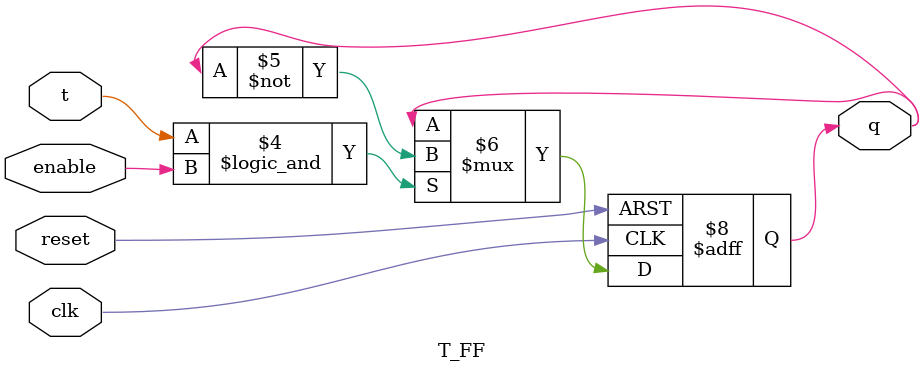
<source format=v>
module fbrc_sync_simulation (
    output [3:0]q,
    input clk,
    input reset
);
reg one = 1'b1;

wire q0q1;
//q0q1 = q1 and q2
and(q0q1, q[0], q[1]);

wire q2q1q0;
//q2q1q0 = q2 and q1 and q0
and(q2q1q0, q[2], q0q1);

//εδώ προσθέτουμε τον μετρητή καθυστέρησης, δηλαδή για να μπορέσουμε να δούμε οτι αναβοσβήνουν τα λαμπάκια
//πρέπει να βάλουμε καθυστέρηση αλλιώς οι εναλλαγές γίνονται πολύ γρήγορα και δε φαίνεται καμια εναλλαγή
//(Φαίνονται συνεχώς αναμμένα)
reg [24:0] delay_counter; 
wire enable;
//στην ουσία αυτό που κάνει ο μετρητής αυτός είναι να μετράει από το 0 μέχρι να γίνουν 1 όλα τα 25bits του delay_counter, όλα αυτά στην αρνητική ακμή του ρολογιού προφανώς (σε αυτή δουλεύουν και τα flip flops)
//αν τελειώσει το μέτρημα τότε enable=1 οπότε μπορούν να αλλάξουν τιμή οι έξοδοι flip flop
assign enable = (delay_counter == 25'd24999999) ? 1'b1: 1'b0;
always @ (negedge clk or posedge reset) begin
    if (reset)
        delay_counter <= 25'd0;
    else if (enable)
        delay_counter <= 25'd0;
	else
	    delay_counter <= delay_counter + 1'b1;
end

//instantiate των 4 flip flop
T_FF t_ff0(q[0], one, clk,  reset, enable);
T_FF t_ff1(q[1], q[0], clk, reset, enable);
T_FF t_ff2(q[2], q0q1, clk, reset, enable);
T_FF t_ff3(q[3], q2q1q0 , clk, reset, enable);

endmodule

//module για τα T flip flop, περνάμε και τη παράμετρο enable
module T_FF (q, t, clk, reset, enable);
output q;
input t, clk, reset, enable;
reg q;

always @ (posedge reset or negedge clk)
    if (reset)
        #1 q <= 1'b0;
	//μόνο όταν enable=1 (και t=1) μπορεί η έξοδος να αλλάξει
    else if (t == 1 && enable == 1)
        #2 q <= ~q;
endmodule

</source>
